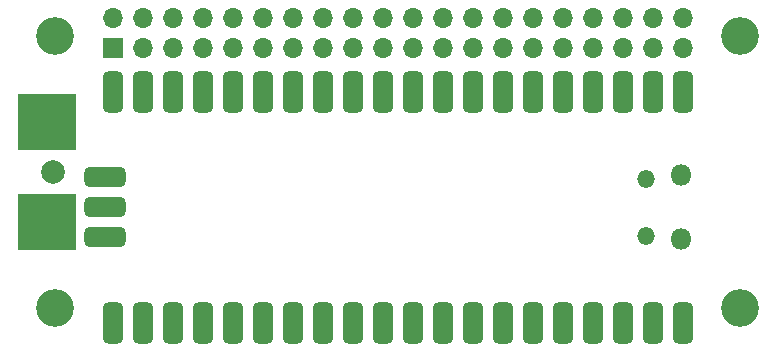
<source format=gbr>
%TF.GenerationSoftware,KiCad,Pcbnew,8.0.6*%
%TF.CreationDate,2024-12-01T10:06:18+07:00*%
%TF.ProjectId,ADC_pHAT_AFE_ADC10080,4144435f-7048-4415-945f-4146455f4144,rev?*%
%TF.SameCoordinates,PX5cbead0PY5705d50*%
%TF.FileFunction,Soldermask,Bot*%
%TF.FilePolarity,Negative*%
%FSLAX46Y46*%
G04 Gerber Fmt 4.6, Leading zero omitted, Abs format (unit mm)*
G04 Created by KiCad (PCBNEW 8.0.6) date 2024-12-01 10:06:18*
%MOMM*%
%LPD*%
G01*
G04 APERTURE LIST*
G04 Aperture macros list*
%AMRoundRect*
0 Rectangle with rounded corners*
0 $1 Rounding radius*
0 $2 $3 $4 $5 $6 $7 $8 $9 X,Y pos of 4 corners*
0 Add a 4 corners polygon primitive as box body*
4,1,4,$2,$3,$4,$5,$6,$7,$8,$9,$2,$3,0*
0 Add four circle primitives for the rounded corners*
1,1,$1+$1,$2,$3*
1,1,$1+$1,$4,$5*
1,1,$1+$1,$6,$7*
1,1,$1+$1,$8,$9*
0 Add four rect primitives between the rounded corners*
20,1,$1+$1,$2,$3,$4,$5,0*
20,1,$1+$1,$4,$5,$6,$7,0*
20,1,$1+$1,$6,$7,$8,$9,0*
20,1,$1+$1,$8,$9,$2,$3,0*%
G04 Aperture macros list end*
%ADD10C,3.200000*%
%ADD11C,2.000000*%
%ADD12R,4.900000X4.800000*%
%ADD13R,1.700000X1.700000*%
%ADD14O,1.700000X1.700000*%
%ADD15O,1.800000X1.800000*%
%ADD16O,1.500000X1.500000*%
%ADD17RoundRect,0.425000X0.425000X-1.325000X0.425000X1.325000X-0.425000X1.325000X-0.425000X-1.325000X0*%
%ADD18RoundRect,0.425000X-1.325000X-0.425000X1.325000X-0.425000X1.325000X0.425000X-1.325000X0.425000X0*%
G04 APERTURE END LIST*
D10*
%TO.C,REF\u002A\u002A*%
X61500000Y3500000D03*
%TD*%
D11*
%TO.C,REF\u002A\u002A*%
X3300000Y15000000D03*
%TD*%
D12*
%TO.C,J3*%
X2825000Y19250000D03*
X2825000Y10750000D03*
%TD*%
D10*
%TO.C,REF\u002A\u002A*%
X3500000Y3500000D03*
%TD*%
%TO.C,REF\u002A\u002A*%
X61500000Y26500000D03*
%TD*%
%TO.C,REF\u002A\u002A*%
X3500000Y26500000D03*
%TD*%
D13*
%TO.C,J2*%
X8400000Y25460000D03*
D14*
X8400000Y28000000D03*
X10940000Y25460000D03*
X10940000Y28000000D03*
X13480000Y25460000D03*
X13480000Y28000000D03*
X16020000Y25460000D03*
X16020000Y28000000D03*
X18560000Y25460000D03*
X18560000Y28000000D03*
X21100000Y25460000D03*
X21100000Y28000000D03*
X23640000Y25460000D03*
X23640000Y28000000D03*
X26180000Y25460000D03*
X26180000Y28000000D03*
X28720000Y25460000D03*
X28720000Y28000000D03*
X31260000Y25460000D03*
X31260000Y28000000D03*
X33800000Y25460000D03*
X33800000Y28000000D03*
X36340000Y25460000D03*
X36340000Y28000000D03*
X38880000Y25460000D03*
X38880000Y28000000D03*
X41420000Y25460000D03*
X41420000Y28000000D03*
X43960000Y25460000D03*
X43960000Y28000000D03*
X46500000Y25460000D03*
X46500000Y28000000D03*
X49040000Y25460000D03*
X49040000Y28000000D03*
X51580000Y25460000D03*
X51580000Y28000000D03*
X54120000Y25460000D03*
X54120000Y28000000D03*
X56660000Y25460000D03*
X56660000Y28000000D03*
%TD*%
D15*
%TO.C,U1*%
X56500000Y9275000D03*
D16*
X53470000Y9575000D03*
X53470000Y14425000D03*
D15*
X56500000Y14725000D03*
D17*
X56630000Y2210000D03*
X54090000Y2210000D03*
X51550000Y2210000D03*
X49010000Y2210000D03*
X46470000Y2210000D03*
X43930000Y2210000D03*
X41390000Y2210000D03*
X38850000Y2210000D03*
X36310000Y2210000D03*
X33770000Y2210000D03*
X31230000Y2210000D03*
X28690000Y2210000D03*
X26150000Y2210000D03*
X23610000Y2210000D03*
X21070000Y2210000D03*
X18530000Y2210000D03*
X15990000Y2210000D03*
X13450000Y2210000D03*
X10910000Y2210000D03*
X8370000Y2210000D03*
X8370000Y21790000D03*
X10910000Y21790000D03*
X13450000Y21790000D03*
X15990000Y21790000D03*
X18530000Y21790000D03*
X21070000Y21790000D03*
X23610000Y21790000D03*
X26150000Y21790000D03*
X28690000Y21790000D03*
X31230000Y21790000D03*
X33770000Y21790000D03*
X36310000Y21790000D03*
X38850000Y21790000D03*
X41390000Y21790000D03*
X43930000Y21790000D03*
X46470000Y21790000D03*
X49010000Y21790000D03*
X51550000Y21790000D03*
X54090000Y21790000D03*
X56630000Y21790000D03*
D18*
X7700000Y9460000D03*
X7700000Y12000000D03*
X7700000Y14540000D03*
%TD*%
M02*

</source>
